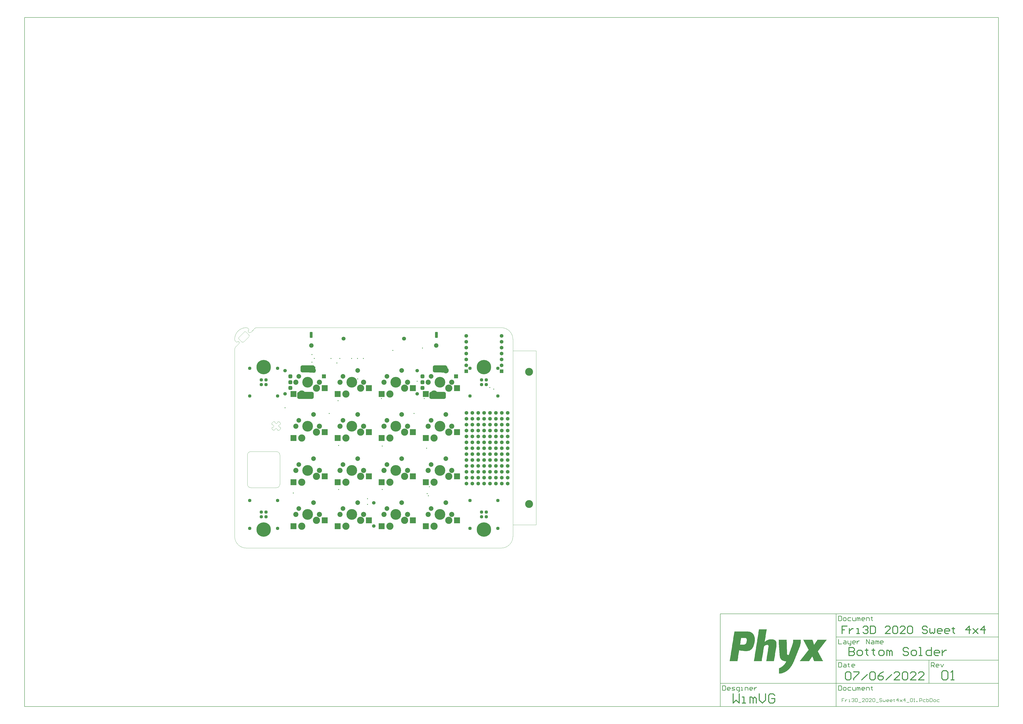
<source format=gbs>
G04*
G04 #@! TF.GenerationSoftware,Altium Limited,Altium Designer,22.6.0 (29)*
G04*
G04 Layer_Color=16711935*
%FSLAX25Y25*%
%MOIN*%
G70*
G04*
G04 #@! TF.SameCoordinates,49C09CC0-90A6-4759-90E3-BA1AF69BA4C5*
G04*
G04*
G04 #@! TF.FilePolarity,Negative*
G04*
G01*
G75*
%ADD12C,0.00787*%
%ADD14C,0.00394*%
%ADD16C,0.00984*%
%ADD17C,0.01575*%
%ADD29C,0.13386*%
%ADD30C,0.05906*%
%ADD31C,0.12205*%
%ADD32C,0.08700*%
%ADD33C,0.18200*%
%ADD34R,0.06299X0.06299*%
%ADD35C,0.06299*%
%ADD38C,0.06693*%
G04:AMPARAMS|DCode=39|XSize=122.05mil|YSize=279.53mil|CornerRadius=31.5mil|HoleSize=0mil|Usage=FLASHONLY|Rotation=270.000|XOffset=0mil|YOffset=0mil|HoleType=Round|Shape=RoundedRectangle|*
%AMROUNDEDRECTD39*
21,1,0.12205,0.21654,0,0,270.0*
21,1,0.05906,0.27953,0,0,270.0*
1,1,0.06299,-0.10827,-0.02953*
1,1,0.06299,-0.10827,0.02953*
1,1,0.06299,0.10827,0.02953*
1,1,0.06299,0.10827,-0.02953*
%
%ADD39ROUNDEDRECTD39*%
%ADD40R,0.10236X0.10236*%
%ADD41C,0.05709*%
%ADD42R,0.06693X0.06693*%
G04:AMPARAMS|DCode=43|XSize=66.93mil|YSize=66.93mil|CornerRadius=17.72mil|HoleSize=0mil|Usage=FLASHONLY|Rotation=270.000|XOffset=0mil|YOffset=0mil|HoleType=Round|Shape=RoundedRectangle|*
%AMROUNDEDRECTD43*
21,1,0.06693,0.03150,0,0,270.0*
21,1,0.03150,0.06693,0,0,270.0*
1,1,0.03543,-0.01575,-0.01575*
1,1,0.03543,-0.01575,0.01575*
1,1,0.03543,0.01575,0.01575*
1,1,0.03543,0.01575,-0.01575*
%
%ADD43ROUNDEDRECTD43*%
G04:AMPARAMS|DCode=44|XSize=122.05mil|YSize=240.16mil|CornerRadius=31.5mil|HoleSize=0mil|Usage=FLASHONLY|Rotation=90.000|XOffset=0mil|YOffset=0mil|HoleType=Round|Shape=RoundedRectangle|*
%AMROUNDEDRECTD44*
21,1,0.12205,0.17717,0,0,90.0*
21,1,0.05906,0.24016,0,0,90.0*
1,1,0.06299,0.08858,0.02953*
1,1,0.06299,0.08858,-0.02953*
1,1,0.06299,-0.08858,-0.02953*
1,1,0.06299,-0.08858,0.02953*
%
%ADD44ROUNDEDRECTD44*%
%ADD45C,0.07900*%
%ADD46C,0.09843*%
%ADD47C,0.24410*%
%ADD65R,0.10433X0.10236*%
%ADD66C,0.07480*%
G04:AMPARAMS|DCode=67|XSize=47.24mil|YSize=102.36mil|CornerRadius=12.8mil|HoleSize=0mil|Usage=FLASHONLY|Rotation=0.000|XOffset=0mil|YOffset=0mil|HoleType=Round|Shape=RoundedRectangle|*
%AMROUNDEDRECTD67*
21,1,0.04724,0.07677,0,0,0.0*
21,1,0.02165,0.10236,0,0,0.0*
1,1,0.02559,0.01083,-0.03839*
1,1,0.02559,-0.01083,-0.03839*
1,1,0.02559,-0.01083,0.03839*
1,1,0.02559,0.01083,0.03839*
%
%ADD67ROUNDEDRECTD67*%
%ADD68C,0.01575*%
G36*
X872201Y-141778D02*
X873919D01*
Y-142065D01*
X874778D01*
Y-142351D01*
X875637D01*
Y-142637D01*
X876496D01*
Y-142924D01*
X877069D01*
Y-143210D01*
X877355D01*
Y-143496D01*
X877928D01*
Y-143783D01*
X878214D01*
Y-144069D01*
X878786D01*
Y-144355D01*
X879073D01*
Y-144641D01*
X879359D01*
Y-144928D01*
X879646D01*
Y-145214D01*
X879932D01*
Y-145501D01*
X880218D01*
Y-145787D01*
X880504D01*
Y-146073D01*
Y-146359D01*
X880791D01*
Y-146646D01*
X881077D01*
Y-146932D01*
Y-147218D01*
X881363D01*
Y-147505D01*
X881650D01*
Y-147791D01*
Y-148077D01*
X881936D01*
Y-148364D01*
Y-148650D01*
Y-148936D01*
X882222D01*
Y-149223D01*
Y-149509D01*
Y-149795D01*
X882509D01*
Y-150082D01*
Y-150368D01*
Y-150654D01*
Y-150940D01*
X882795D01*
Y-151227D01*
Y-151513D01*
Y-151799D01*
Y-152086D01*
Y-152372D01*
X883081D01*
Y-152658D01*
Y-152945D01*
Y-153231D01*
Y-153517D01*
Y-153804D01*
Y-154090D01*
Y-154376D01*
Y-154663D01*
Y-154949D01*
Y-155235D01*
Y-155521D01*
Y-155808D01*
Y-156094D01*
Y-156380D01*
Y-156667D01*
Y-156953D01*
Y-157239D01*
Y-157526D01*
Y-157812D01*
Y-158098D01*
X882795D01*
Y-158385D01*
Y-158671D01*
Y-158957D01*
Y-159244D01*
Y-159530D01*
Y-159816D01*
Y-160102D01*
X882509D01*
Y-160389D01*
Y-160675D01*
Y-160961D01*
Y-161248D01*
Y-161534D01*
X882222D01*
Y-161820D01*
Y-162107D01*
Y-162393D01*
Y-162679D01*
Y-162966D01*
X881936D01*
Y-163252D01*
Y-163538D01*
Y-163824D01*
X881650D01*
Y-164111D01*
Y-164397D01*
Y-164683D01*
Y-164970D01*
X881363D01*
Y-165256D01*
Y-165542D01*
Y-165829D01*
X881077D01*
Y-166115D01*
Y-166401D01*
X880791D01*
Y-166688D01*
Y-166974D01*
Y-167260D01*
X880504D01*
Y-167547D01*
Y-167833D01*
X880218D01*
Y-168119D01*
Y-168405D01*
X879932D01*
Y-168692D01*
Y-168978D01*
X879646D01*
Y-169264D01*
X879359D01*
Y-169551D01*
Y-169837D01*
X879073D01*
Y-170123D01*
X878786D01*
Y-170410D01*
X878500D01*
Y-170696D01*
Y-170982D01*
X878214D01*
Y-171269D01*
X877928D01*
Y-171555D01*
X877641D01*
Y-171841D01*
X877355D01*
Y-172127D01*
X877069D01*
Y-172414D01*
X876496D01*
Y-172700D01*
X876210D01*
Y-172986D01*
X875637D01*
Y-173273D01*
X875351D01*
Y-173559D01*
X874778D01*
Y-173845D01*
X873919D01*
Y-174132D01*
X873060D01*
Y-174418D01*
X872201D01*
Y-174704D01*
X870483D01*
Y-174991D01*
X865330D01*
Y-174704D01*
X862753D01*
Y-174418D01*
X860749D01*
Y-174132D01*
X859317D01*
Y-173845D01*
X857886D01*
Y-173559D01*
X856454D01*
Y-173845D01*
Y-174132D01*
Y-174418D01*
Y-174704D01*
Y-174991D01*
Y-175277D01*
Y-175563D01*
X856168D01*
Y-175850D01*
Y-176136D01*
Y-176422D01*
Y-176709D01*
Y-176995D01*
Y-177281D01*
X855882D01*
Y-177568D01*
Y-177854D01*
Y-178140D01*
Y-178426D01*
Y-178713D01*
Y-178999D01*
X855595D01*
Y-179285D01*
Y-179572D01*
Y-179858D01*
Y-180144D01*
Y-180431D01*
Y-180717D01*
Y-181003D01*
X855309D01*
Y-181290D01*
Y-181576D01*
Y-181862D01*
Y-182149D01*
Y-182435D01*
Y-182721D01*
X855023D01*
Y-183007D01*
Y-183294D01*
Y-183580D01*
Y-183866D01*
Y-184153D01*
Y-184439D01*
X854736D01*
Y-184725D01*
Y-185012D01*
Y-185298D01*
Y-185584D01*
Y-185871D01*
Y-186157D01*
Y-186443D01*
X854450D01*
Y-186730D01*
Y-187016D01*
Y-187302D01*
Y-187588D01*
Y-187875D01*
Y-188161D01*
X854164D01*
Y-188447D01*
Y-188734D01*
Y-189020D01*
Y-189306D01*
Y-189593D01*
Y-189879D01*
X853877D01*
Y-190165D01*
Y-190452D01*
Y-190738D01*
Y-191024D01*
Y-191311D01*
Y-191597D01*
Y-191883D01*
X840421D01*
Y-191597D01*
X840707D01*
Y-191311D01*
Y-191024D01*
Y-190738D01*
Y-190452D01*
Y-190165D01*
X840993D01*
Y-189879D01*
Y-189593D01*
Y-189306D01*
Y-189020D01*
Y-188734D01*
Y-188447D01*
Y-188161D01*
X841280D01*
Y-187875D01*
Y-187588D01*
Y-187302D01*
Y-187016D01*
Y-186730D01*
Y-186443D01*
X841566D01*
Y-186157D01*
Y-185871D01*
Y-185584D01*
Y-185298D01*
Y-185012D01*
Y-184725D01*
X841852D01*
Y-184439D01*
Y-184153D01*
Y-183866D01*
Y-183580D01*
Y-183294D01*
Y-183007D01*
Y-182721D01*
X842138D01*
Y-182435D01*
Y-182149D01*
Y-181862D01*
Y-181576D01*
Y-181290D01*
Y-181003D01*
X842425D01*
Y-180717D01*
Y-180431D01*
Y-180144D01*
Y-179858D01*
Y-179572D01*
Y-179285D01*
X842711D01*
Y-178999D01*
Y-178713D01*
Y-178426D01*
Y-178140D01*
Y-177854D01*
Y-177568D01*
X842997D01*
Y-177281D01*
Y-176995D01*
Y-176709D01*
Y-176422D01*
Y-176136D01*
Y-175850D01*
Y-175563D01*
X843284D01*
Y-175277D01*
Y-174991D01*
Y-174704D01*
Y-174418D01*
Y-174132D01*
Y-173845D01*
X843570D01*
Y-173559D01*
Y-173273D01*
Y-172986D01*
Y-172700D01*
Y-172414D01*
Y-172127D01*
X843856D01*
Y-171841D01*
Y-171555D01*
Y-171269D01*
Y-170982D01*
Y-170696D01*
Y-170410D01*
X844143D01*
Y-170123D01*
Y-169837D01*
Y-169551D01*
Y-169264D01*
Y-168978D01*
Y-168692D01*
Y-168405D01*
X844429D01*
Y-168119D01*
Y-167833D01*
Y-167547D01*
Y-167260D01*
Y-166974D01*
Y-166688D01*
X844715D01*
Y-166401D01*
Y-166115D01*
Y-165829D01*
Y-165542D01*
Y-165256D01*
Y-164970D01*
X845002D01*
Y-164683D01*
Y-164397D01*
Y-164111D01*
Y-163824D01*
Y-163538D01*
Y-163252D01*
Y-162966D01*
X845288D01*
Y-162679D01*
Y-162393D01*
Y-162107D01*
Y-161820D01*
Y-161534D01*
Y-161248D01*
X845574D01*
Y-160961D01*
Y-160675D01*
Y-160389D01*
Y-160102D01*
Y-159816D01*
Y-159530D01*
X845861D01*
Y-159244D01*
Y-158957D01*
Y-158671D01*
Y-158385D01*
Y-158098D01*
Y-157812D01*
X846147D01*
Y-157526D01*
Y-157239D01*
Y-156953D01*
Y-156667D01*
Y-156380D01*
Y-156094D01*
Y-155808D01*
X846433D01*
Y-155521D01*
Y-155235D01*
Y-154949D01*
Y-154663D01*
Y-154376D01*
Y-154090D01*
X846719D01*
Y-153804D01*
Y-153517D01*
Y-153231D01*
Y-152945D01*
Y-152658D01*
Y-152372D01*
X847006D01*
Y-152086D01*
Y-151799D01*
Y-151513D01*
Y-151227D01*
Y-150940D01*
Y-150654D01*
Y-150368D01*
X847292D01*
Y-150082D01*
Y-149795D01*
Y-149509D01*
Y-149223D01*
Y-148936D01*
Y-148650D01*
X847578D01*
Y-148364D01*
Y-148077D01*
Y-147791D01*
Y-147505D01*
Y-147218D01*
Y-146932D01*
X847865D01*
Y-146646D01*
Y-146359D01*
Y-146073D01*
Y-145787D01*
Y-145501D01*
Y-145214D01*
Y-144928D01*
X848151D01*
Y-144641D01*
Y-144355D01*
Y-144069D01*
Y-143783D01*
Y-143496D01*
Y-143210D01*
X848437D01*
Y-142924D01*
Y-142637D01*
Y-142351D01*
Y-142065D01*
Y-141778D01*
Y-141492D01*
X872201D01*
Y-141778D01*
D02*
G37*
G36*
X903409Y-138343D02*
Y-138629D01*
X903123D01*
Y-138915D01*
Y-139202D01*
Y-139488D01*
Y-139774D01*
Y-140060D01*
Y-140347D01*
X902837D01*
Y-140633D01*
Y-140919D01*
Y-141206D01*
Y-141492D01*
Y-141778D01*
Y-142065D01*
X902551D01*
Y-142351D01*
Y-142637D01*
Y-142924D01*
Y-143210D01*
Y-143496D01*
Y-143783D01*
Y-144069D01*
X902264D01*
Y-144355D01*
Y-144641D01*
Y-144928D01*
Y-145214D01*
Y-145501D01*
Y-145787D01*
X901978D01*
Y-146073D01*
Y-146359D01*
Y-146646D01*
Y-146932D01*
Y-147218D01*
Y-147505D01*
X901692D01*
Y-147791D01*
Y-148077D01*
Y-148364D01*
Y-148650D01*
Y-148936D01*
Y-149223D01*
Y-149509D01*
X901405D01*
Y-149795D01*
Y-150082D01*
Y-150368D01*
Y-150654D01*
Y-150940D01*
Y-151227D01*
X901119D01*
Y-151513D01*
Y-151799D01*
Y-152086D01*
Y-152372D01*
Y-152658D01*
Y-152945D01*
X900833D01*
Y-153231D01*
Y-153517D01*
Y-153804D01*
Y-154090D01*
Y-154376D01*
Y-154663D01*
X900546D01*
Y-154949D01*
Y-155235D01*
Y-155521D01*
Y-155808D01*
Y-156094D01*
Y-156380D01*
Y-156667D01*
X900260D01*
Y-156953D01*
Y-157239D01*
Y-157526D01*
Y-157812D01*
Y-158098D01*
Y-158385D01*
X899974D01*
Y-158671D01*
Y-158957D01*
X900546D01*
Y-158671D01*
X900833D01*
Y-158385D01*
X901119D01*
Y-158098D01*
X901692D01*
Y-157812D01*
X901978D01*
Y-157526D01*
X902264D01*
Y-157239D01*
X902837D01*
Y-156953D01*
X903409D01*
Y-156667D01*
X903696D01*
Y-156380D01*
X904268D01*
Y-156094D01*
X905127D01*
Y-155808D01*
X905700D01*
Y-155521D01*
X906559D01*
Y-155235D01*
X907990D01*
Y-154949D01*
X914289D01*
Y-155235D01*
X915435D01*
Y-155521D01*
X916294D01*
Y-155808D01*
X916866D01*
Y-156094D01*
X917153D01*
Y-156380D01*
X917725D01*
Y-156667D01*
X918011D01*
Y-156953D01*
X918298D01*
Y-157239D01*
X918584D01*
Y-157526D01*
X918870D01*
Y-157812D01*
Y-158098D01*
X919157D01*
Y-158385D01*
Y-158671D01*
X919443D01*
Y-158957D01*
Y-159244D01*
Y-159530D01*
X919729D01*
Y-159816D01*
Y-160102D01*
Y-160389D01*
Y-160675D01*
X920016D01*
Y-160961D01*
Y-161248D01*
Y-161534D01*
Y-161820D01*
Y-162107D01*
Y-162393D01*
Y-162679D01*
Y-162966D01*
Y-163252D01*
Y-163538D01*
Y-163824D01*
Y-164111D01*
Y-164397D01*
Y-164683D01*
Y-164970D01*
Y-165256D01*
Y-165542D01*
Y-165829D01*
X919729D01*
Y-166115D01*
Y-166401D01*
Y-166688D01*
Y-166974D01*
Y-167260D01*
Y-167547D01*
Y-167833D01*
X919443D01*
Y-168119D01*
Y-168405D01*
Y-168692D01*
Y-168978D01*
Y-169264D01*
Y-169551D01*
Y-169837D01*
X919157D01*
Y-170123D01*
Y-170410D01*
Y-170696D01*
Y-170982D01*
Y-171269D01*
Y-171555D01*
X918870D01*
Y-171841D01*
Y-172127D01*
Y-172414D01*
Y-172700D01*
Y-172986D01*
Y-173273D01*
X918584D01*
Y-173559D01*
Y-173845D01*
Y-174132D01*
Y-174418D01*
Y-174704D01*
Y-174991D01*
X918298D01*
Y-175277D01*
Y-175563D01*
Y-175850D01*
Y-176136D01*
Y-176422D01*
Y-176709D01*
Y-176995D01*
X918011D01*
Y-177281D01*
Y-177568D01*
Y-177854D01*
Y-178140D01*
Y-178426D01*
Y-178713D01*
X917725D01*
Y-178999D01*
Y-179285D01*
Y-179572D01*
Y-179858D01*
Y-180144D01*
Y-180431D01*
X917439D01*
Y-180717D01*
Y-181003D01*
Y-181290D01*
Y-181576D01*
Y-181862D01*
Y-182149D01*
Y-182435D01*
X917153D01*
Y-182721D01*
Y-183007D01*
Y-183294D01*
Y-183580D01*
Y-183866D01*
Y-184153D01*
X916866D01*
Y-184439D01*
Y-184725D01*
Y-185012D01*
Y-185298D01*
Y-185584D01*
Y-185871D01*
X916580D01*
Y-186157D01*
Y-186443D01*
Y-186730D01*
Y-187016D01*
Y-187302D01*
Y-187588D01*
X916294D01*
Y-187875D01*
Y-188161D01*
Y-188447D01*
Y-188734D01*
Y-189020D01*
Y-189306D01*
Y-189593D01*
X916007D01*
Y-189879D01*
Y-190165D01*
Y-190452D01*
Y-190738D01*
Y-191024D01*
Y-191311D01*
X915721D01*
Y-191597D01*
Y-191883D01*
X902551D01*
Y-191597D01*
Y-191311D01*
X902837D01*
Y-191024D01*
Y-190738D01*
Y-190452D01*
Y-190165D01*
Y-189879D01*
Y-189593D01*
X903123D01*
Y-189306D01*
Y-189020D01*
Y-188734D01*
Y-188447D01*
Y-188161D01*
Y-187875D01*
Y-187588D01*
X903409D01*
Y-187302D01*
Y-187016D01*
Y-186730D01*
Y-186443D01*
Y-186157D01*
Y-185871D01*
X903696D01*
Y-185584D01*
Y-185298D01*
Y-185012D01*
Y-184725D01*
Y-184439D01*
Y-184153D01*
X903982D01*
Y-183866D01*
Y-183580D01*
Y-183294D01*
Y-183007D01*
Y-182721D01*
Y-182435D01*
Y-182149D01*
X904268D01*
Y-181862D01*
Y-181576D01*
Y-181290D01*
Y-181003D01*
Y-180717D01*
Y-180431D01*
X904555D01*
Y-180144D01*
Y-179858D01*
Y-179572D01*
Y-179285D01*
Y-178999D01*
Y-178713D01*
Y-178426D01*
X904841D01*
Y-178140D01*
Y-177854D01*
Y-177568D01*
Y-177281D01*
Y-176995D01*
Y-176709D01*
X905127D01*
Y-176422D01*
Y-176136D01*
Y-175850D01*
Y-175563D01*
Y-175277D01*
Y-174991D01*
X905414D01*
Y-174704D01*
Y-174418D01*
Y-174132D01*
Y-173845D01*
Y-173559D01*
Y-173273D01*
X905700D01*
Y-172986D01*
Y-172700D01*
Y-172414D01*
Y-172127D01*
Y-171841D01*
Y-171555D01*
Y-171269D01*
X905986D01*
Y-170982D01*
Y-170696D01*
Y-170410D01*
Y-170123D01*
Y-169837D01*
Y-169551D01*
X906273D01*
Y-169264D01*
Y-168978D01*
Y-168692D01*
Y-168405D01*
Y-168119D01*
Y-167833D01*
Y-167547D01*
X906559D01*
Y-167260D01*
Y-166974D01*
Y-166688D01*
Y-166401D01*
Y-166115D01*
Y-165829D01*
X906273D01*
Y-165542D01*
Y-165256D01*
X905986D01*
Y-164970D01*
X905700D01*
Y-164683D01*
X905127D01*
Y-164397D01*
X903409D01*
Y-164683D01*
X901978D01*
Y-164970D01*
X901119D01*
Y-165256D01*
X900546D01*
Y-165542D01*
X900260D01*
Y-165829D01*
X899687D01*
Y-166115D01*
X899401D01*
Y-166401D01*
X899115D01*
Y-166688D01*
Y-166974D01*
X898828D01*
Y-167260D01*
Y-167547D01*
Y-167833D01*
X898542D01*
Y-168119D01*
Y-168405D01*
Y-168692D01*
Y-168978D01*
Y-169264D01*
Y-169551D01*
X898256D01*
Y-169837D01*
Y-170123D01*
Y-170410D01*
Y-170696D01*
Y-170982D01*
Y-171269D01*
Y-171555D01*
X897970D01*
Y-171841D01*
Y-172127D01*
Y-172414D01*
Y-172700D01*
Y-172986D01*
Y-173273D01*
X897683D01*
Y-173559D01*
Y-173845D01*
Y-174132D01*
Y-174418D01*
Y-174704D01*
Y-174991D01*
X897397D01*
Y-175277D01*
Y-175563D01*
Y-175850D01*
Y-176136D01*
Y-176422D01*
Y-176709D01*
X897111D01*
Y-176995D01*
Y-177281D01*
Y-177568D01*
Y-177854D01*
Y-178140D01*
Y-178426D01*
Y-178713D01*
X896824D01*
Y-178999D01*
Y-179285D01*
Y-179572D01*
Y-179858D01*
Y-180144D01*
Y-180431D01*
X896538D01*
Y-180717D01*
Y-181003D01*
Y-181290D01*
Y-181576D01*
Y-181862D01*
Y-182149D01*
X896252D01*
Y-182435D01*
Y-182721D01*
Y-183007D01*
Y-183294D01*
Y-183580D01*
Y-183866D01*
Y-184153D01*
X895965D01*
Y-184439D01*
Y-184725D01*
Y-185012D01*
Y-185298D01*
Y-185584D01*
Y-185871D01*
X895679D01*
Y-186157D01*
Y-186443D01*
Y-186730D01*
Y-187016D01*
Y-187302D01*
Y-187588D01*
X895393D01*
Y-187875D01*
Y-188161D01*
Y-188447D01*
Y-188734D01*
Y-189020D01*
Y-189306D01*
X895106D01*
Y-189593D01*
Y-189879D01*
Y-190165D01*
Y-190452D01*
Y-190738D01*
Y-191024D01*
Y-191311D01*
X894820D01*
Y-191597D01*
Y-191883D01*
X881650D01*
Y-191597D01*
Y-191311D01*
X881936D01*
Y-191024D01*
Y-190738D01*
Y-190452D01*
Y-190165D01*
Y-189879D01*
Y-189593D01*
Y-189306D01*
X882222D01*
Y-189020D01*
Y-188734D01*
Y-188447D01*
Y-188161D01*
Y-187875D01*
Y-187588D01*
X882509D01*
Y-187302D01*
Y-187016D01*
Y-186730D01*
Y-186443D01*
Y-186157D01*
Y-185871D01*
X882795D01*
Y-185584D01*
Y-185298D01*
Y-185012D01*
Y-184725D01*
Y-184439D01*
Y-184153D01*
Y-183866D01*
X883081D01*
Y-183580D01*
Y-183294D01*
Y-183007D01*
Y-182721D01*
Y-182435D01*
Y-182149D01*
X883368D01*
Y-181862D01*
Y-181576D01*
Y-181290D01*
Y-181003D01*
Y-180717D01*
Y-180431D01*
X883654D01*
Y-180144D01*
Y-179858D01*
Y-179572D01*
Y-179285D01*
Y-178999D01*
Y-178713D01*
X883940D01*
Y-178426D01*
Y-178140D01*
Y-177854D01*
Y-177568D01*
Y-177281D01*
Y-176995D01*
Y-176709D01*
X884227D01*
Y-176422D01*
Y-176136D01*
Y-175850D01*
Y-175563D01*
Y-175277D01*
Y-174991D01*
X884513D01*
Y-174704D01*
Y-174418D01*
Y-174132D01*
Y-173845D01*
Y-173559D01*
Y-173273D01*
X884799D01*
Y-172986D01*
Y-172700D01*
Y-172414D01*
Y-172127D01*
Y-171841D01*
Y-171555D01*
Y-171269D01*
X885085D01*
Y-170982D01*
Y-170696D01*
Y-170410D01*
Y-170123D01*
Y-169837D01*
Y-169551D01*
X885372D01*
Y-169264D01*
Y-168978D01*
Y-168692D01*
Y-168405D01*
Y-168119D01*
Y-167833D01*
X885658D01*
Y-167547D01*
Y-167260D01*
Y-166974D01*
Y-166688D01*
Y-166401D01*
Y-166115D01*
X885944D01*
Y-165829D01*
Y-165542D01*
Y-165256D01*
Y-164970D01*
Y-164683D01*
Y-164397D01*
Y-164111D01*
X886231D01*
Y-163824D01*
Y-163538D01*
Y-163252D01*
Y-162966D01*
Y-162679D01*
Y-162393D01*
X886517D01*
Y-162107D01*
Y-161820D01*
Y-161534D01*
Y-161248D01*
Y-160961D01*
Y-160675D01*
X886803D01*
Y-160389D01*
Y-160102D01*
Y-159816D01*
Y-159530D01*
Y-159244D01*
Y-158957D01*
X887090D01*
Y-158671D01*
Y-158385D01*
Y-158098D01*
Y-157812D01*
Y-157526D01*
Y-157239D01*
Y-156953D01*
X887376D01*
Y-156667D01*
Y-156380D01*
Y-156094D01*
Y-155808D01*
Y-155521D01*
Y-155235D01*
X887662D01*
Y-154949D01*
Y-154663D01*
Y-154376D01*
Y-154090D01*
Y-153804D01*
Y-153517D01*
X887949D01*
Y-153231D01*
Y-152945D01*
Y-152658D01*
Y-152372D01*
Y-152086D01*
Y-151799D01*
Y-151513D01*
X888235D01*
Y-151227D01*
Y-150940D01*
Y-150654D01*
Y-150368D01*
Y-150082D01*
Y-149795D01*
X888521D01*
Y-149509D01*
Y-149223D01*
Y-148936D01*
Y-148650D01*
Y-148364D01*
Y-148077D01*
X888807D01*
Y-147791D01*
Y-147505D01*
Y-147218D01*
Y-146932D01*
Y-146646D01*
Y-146359D01*
X889094D01*
Y-146073D01*
Y-145787D01*
Y-145501D01*
Y-145214D01*
Y-144928D01*
Y-144641D01*
Y-144355D01*
X889380D01*
Y-144069D01*
Y-143783D01*
Y-143496D01*
Y-143210D01*
Y-142924D01*
Y-142637D01*
X889666D01*
Y-142351D01*
Y-142065D01*
Y-141778D01*
Y-141492D01*
Y-141206D01*
Y-140919D01*
X889953D01*
Y-140633D01*
Y-140347D01*
Y-140060D01*
Y-139774D01*
Y-139488D01*
Y-139202D01*
Y-138915D01*
X890239D01*
Y-138629D01*
Y-138343D01*
Y-138056D01*
X903409D01*
Y-138343D01*
D02*
G37*
G36*
X1005337Y-155808D02*
X1005050D01*
Y-156094D01*
X1004764D01*
Y-156380D01*
Y-156667D01*
X1004478D01*
Y-156953D01*
X1004192D01*
Y-157239D01*
X1003905D01*
Y-157526D01*
Y-157812D01*
X1003619D01*
Y-158098D01*
X1003333D01*
Y-158385D01*
X1003046D01*
Y-158671D01*
X1002760D01*
Y-158957D01*
Y-159244D01*
X1002474D01*
Y-159530D01*
X1002187D01*
Y-159816D01*
X1001901D01*
Y-160102D01*
Y-160389D01*
X1001615D01*
Y-160675D01*
X1001328D01*
Y-160961D01*
X1001042D01*
Y-161248D01*
X1000756D01*
Y-161534D01*
Y-161820D01*
X1000469D01*
Y-162107D01*
X1000183D01*
Y-162393D01*
X999897D01*
Y-162679D01*
Y-162966D01*
X999611D01*
Y-163252D01*
X999324D01*
Y-163538D01*
X999038D01*
Y-163824D01*
Y-164111D01*
X998752D01*
Y-164397D01*
X998465D01*
Y-164683D01*
X998179D01*
Y-164970D01*
X997893D01*
Y-165256D01*
Y-165542D01*
X997606D01*
Y-165829D01*
X997320D01*
Y-166115D01*
X997034D01*
Y-166401D01*
Y-166688D01*
X996747D01*
Y-166974D01*
X996461D01*
Y-167260D01*
X996175D01*
Y-167547D01*
Y-167833D01*
X995889D01*
Y-168119D01*
X995602D01*
Y-168405D01*
X995316D01*
Y-168692D01*
X995030D01*
Y-168978D01*
Y-169264D01*
X994743D01*
Y-169551D01*
X994457D01*
Y-169837D01*
X994171D01*
Y-170123D01*
Y-170410D01*
X993884D01*
Y-170696D01*
X993598D01*
Y-170982D01*
X993312D01*
Y-171269D01*
Y-171555D01*
X993025D01*
Y-171841D01*
X992739D01*
Y-172127D01*
X992453D01*
Y-172414D01*
X992166D01*
Y-172700D01*
Y-172986D01*
X991880D01*
Y-173273D01*
X991594D01*
Y-173559D01*
X991308D01*
Y-173845D01*
Y-174132D01*
X991021D01*
Y-174418D01*
X990735D01*
Y-174704D01*
X990449D01*
Y-174991D01*
X990162D01*
Y-175277D01*
Y-175563D01*
X990449D01*
Y-175850D01*
Y-176136D01*
X990735D01*
Y-176422D01*
Y-176709D01*
X991021D01*
Y-176995D01*
X991308D01*
Y-177281D01*
Y-177568D01*
X991594D01*
Y-177854D01*
Y-178140D01*
X991880D01*
Y-178426D01*
Y-178713D01*
X992166D01*
Y-178999D01*
Y-179285D01*
X992453D01*
Y-179572D01*
Y-179858D01*
X992739D01*
Y-180144D01*
Y-180431D01*
X993025D01*
Y-180717D01*
Y-181003D01*
X993312D01*
Y-181290D01*
Y-181576D01*
X993598D01*
Y-181862D01*
X993884D01*
Y-182149D01*
Y-182435D01*
X994171D01*
Y-182721D01*
Y-183007D01*
X994457D01*
Y-183294D01*
Y-183580D01*
X994743D01*
Y-183866D01*
Y-184153D01*
X995030D01*
Y-184439D01*
Y-184725D01*
X995316D01*
Y-185012D01*
Y-185298D01*
X995602D01*
Y-185584D01*
Y-185871D01*
X995889D01*
Y-186157D01*
X996175D01*
Y-186443D01*
Y-186730D01*
X996461D01*
Y-187016D01*
Y-187302D01*
X996747D01*
Y-187588D01*
Y-187875D01*
X997034D01*
Y-188161D01*
Y-188447D01*
X997320D01*
Y-188734D01*
Y-189020D01*
X997606D01*
Y-189306D01*
Y-189593D01*
X997893D01*
Y-189879D01*
Y-190165D01*
X998179D01*
Y-190452D01*
X998465D01*
Y-190738D01*
Y-191024D01*
X998752D01*
Y-191311D01*
Y-191597D01*
X999038D01*
Y-191883D01*
X983863D01*
Y-191597D01*
X983577D01*
Y-191311D01*
Y-191024D01*
Y-190738D01*
X983291D01*
Y-190452D01*
Y-190165D01*
Y-189879D01*
X983004D01*
Y-189593D01*
Y-189306D01*
X982718D01*
Y-189020D01*
Y-188734D01*
Y-188447D01*
X982432D01*
Y-188161D01*
Y-187875D01*
Y-187588D01*
X982146D01*
Y-187302D01*
Y-187016D01*
X981859D01*
Y-186730D01*
Y-186443D01*
Y-186157D01*
X981573D01*
Y-185871D01*
Y-185584D01*
Y-185298D01*
X981287D01*
Y-185012D01*
Y-184725D01*
Y-184439D01*
X981000D01*
Y-184153D01*
X980428D01*
Y-184439D01*
Y-184725D01*
X980141D01*
Y-185012D01*
X979855D01*
Y-185298D01*
Y-185584D01*
X979569D01*
Y-185871D01*
X979282D01*
Y-186157D01*
Y-186443D01*
X978996D01*
Y-186730D01*
X978710D01*
Y-187016D01*
Y-187302D01*
X978423D01*
Y-187588D01*
X978137D01*
Y-187875D01*
X977851D01*
Y-188161D01*
Y-188447D01*
X977565D01*
Y-188734D01*
X977278D01*
Y-189020D01*
Y-189306D01*
X976992D01*
Y-189593D01*
X976705D01*
Y-189879D01*
Y-190165D01*
X976419D01*
Y-190452D01*
X976133D01*
Y-190738D01*
Y-191024D01*
X975847D01*
Y-191311D01*
X975560D01*
Y-191597D01*
Y-191883D01*
X959527D01*
Y-191597D01*
X959813D01*
Y-191311D01*
X960099D01*
Y-191024D01*
X960386D01*
Y-190738D01*
X960672D01*
Y-190452D01*
Y-190165D01*
X960958D01*
Y-189879D01*
X961245D01*
Y-189593D01*
X961531D01*
Y-189306D01*
X961817D01*
Y-189020D01*
Y-188734D01*
X962104D01*
Y-188447D01*
X962390D01*
Y-188161D01*
X962676D01*
Y-187875D01*
Y-187588D01*
X962963D01*
Y-187302D01*
X963249D01*
Y-187016D01*
X963535D01*
Y-186730D01*
X963822D01*
Y-186443D01*
Y-186157D01*
X964108D01*
Y-185871D01*
X964394D01*
Y-185584D01*
X964680D01*
Y-185298D01*
X964967D01*
Y-185012D01*
Y-184725D01*
X965253D01*
Y-184439D01*
X965539D01*
Y-184153D01*
X965826D01*
Y-183866D01*
Y-183580D01*
X966112D01*
Y-183294D01*
X966398D01*
Y-183007D01*
X966685D01*
Y-182721D01*
X966971D01*
Y-182435D01*
Y-182149D01*
X967257D01*
Y-181862D01*
X967544D01*
Y-181576D01*
X967830D01*
Y-181290D01*
Y-181003D01*
X968116D01*
Y-180717D01*
X968402D01*
Y-180431D01*
X968689D01*
Y-180144D01*
X968975D01*
Y-179858D01*
Y-179572D01*
X969261D01*
Y-179285D01*
X969548D01*
Y-178999D01*
X969834D01*
Y-178713D01*
Y-178426D01*
X970120D01*
Y-178140D01*
X970407D01*
Y-177854D01*
X970693D01*
Y-177568D01*
X970979D01*
Y-177281D01*
Y-176995D01*
X971266D01*
Y-176709D01*
X971552D01*
Y-176422D01*
X971838D01*
Y-176136D01*
X972124D01*
Y-175850D01*
Y-175563D01*
X972411D01*
Y-175277D01*
X972697D01*
Y-174991D01*
X972983D01*
Y-174704D01*
Y-174418D01*
X973270D01*
Y-174132D01*
X973556D01*
Y-173845D01*
X973842D01*
Y-173559D01*
X974129D01*
Y-173273D01*
Y-172986D01*
X974415D01*
Y-172700D01*
Y-172414D01*
Y-172127D01*
X974129D01*
Y-171841D01*
X973842D01*
Y-171555D01*
Y-171269D01*
X973556D01*
Y-170982D01*
Y-170696D01*
X973270D01*
Y-170410D01*
Y-170123D01*
X972983D01*
Y-169837D01*
Y-169551D01*
X972697D01*
Y-169264D01*
Y-168978D01*
X972411D01*
Y-168692D01*
Y-168405D01*
X972124D01*
Y-168119D01*
X971838D01*
Y-167833D01*
Y-167547D01*
X971552D01*
Y-167260D01*
Y-166974D01*
X971266D01*
Y-166688D01*
Y-166401D01*
X970979D01*
Y-166115D01*
Y-165829D01*
X970693D01*
Y-165542D01*
Y-165256D01*
X970407D01*
Y-164970D01*
Y-164683D01*
X970120D01*
Y-164397D01*
X969834D01*
Y-164111D01*
Y-163824D01*
X969548D01*
Y-163538D01*
Y-163252D01*
X969261D01*
Y-162966D01*
Y-162679D01*
X968975D01*
Y-162393D01*
Y-162107D01*
X968689D01*
Y-161820D01*
Y-161534D01*
X968402D01*
Y-161248D01*
Y-160961D01*
X968116D01*
Y-160675D01*
Y-160389D01*
X967830D01*
Y-160102D01*
X967544D01*
Y-159816D01*
Y-159530D01*
X967257D01*
Y-159244D01*
Y-158957D01*
X966971D01*
Y-158671D01*
Y-158385D01*
X966685D01*
Y-158098D01*
Y-157812D01*
X966398D01*
Y-157526D01*
Y-157239D01*
X966112D01*
Y-156953D01*
Y-156667D01*
X965826D01*
Y-156380D01*
X965539D01*
Y-156094D01*
Y-155808D01*
X965253D01*
Y-155521D01*
X981000D01*
Y-155808D01*
X981287D01*
Y-156094D01*
Y-156380D01*
Y-156667D01*
X981573D01*
Y-156953D01*
Y-157239D01*
Y-157526D01*
X981859D01*
Y-157812D01*
Y-158098D01*
Y-158385D01*
X982146D01*
Y-158671D01*
Y-158957D01*
Y-159244D01*
X982432D01*
Y-159530D01*
Y-159816D01*
Y-160102D01*
X982718D01*
Y-160389D01*
Y-160675D01*
Y-160961D01*
X983004D01*
Y-161248D01*
Y-161534D01*
Y-161820D01*
X983291D01*
Y-162107D01*
Y-162393D01*
Y-162679D01*
X983577D01*
Y-162966D01*
Y-163252D01*
Y-163538D01*
Y-163824D01*
X984150D01*
Y-163538D01*
X984436D01*
Y-163252D01*
X984722D01*
Y-162966D01*
Y-162679D01*
X985009D01*
Y-162393D01*
X985295D01*
Y-162107D01*
Y-161820D01*
X985581D01*
Y-161534D01*
X985868D01*
Y-161248D01*
Y-160961D01*
X986154D01*
Y-160675D01*
X986440D01*
Y-160389D01*
Y-160102D01*
X986726D01*
Y-159816D01*
X987013D01*
Y-159530D01*
Y-159244D01*
X987299D01*
Y-158957D01*
X987585D01*
Y-158671D01*
Y-158385D01*
X987872D01*
Y-158098D01*
X988158D01*
Y-157812D01*
Y-157526D01*
X988444D01*
Y-157239D01*
X988731D01*
Y-156953D01*
Y-156667D01*
X989017D01*
Y-156380D01*
X989303D01*
Y-156094D01*
Y-155808D01*
X989590D01*
Y-155521D01*
X1005337D01*
Y-155808D01*
D02*
G37*
G36*
X961245D02*
Y-156094D01*
Y-156380D01*
Y-156667D01*
Y-156953D01*
Y-157239D01*
Y-157526D01*
Y-157812D01*
Y-158098D01*
Y-158385D01*
Y-158671D01*
Y-158957D01*
Y-159244D01*
Y-159530D01*
Y-159816D01*
Y-160102D01*
Y-160389D01*
Y-160675D01*
Y-160961D01*
Y-161248D01*
Y-161534D01*
X960958D01*
Y-161820D01*
Y-162107D01*
Y-162393D01*
Y-162679D01*
Y-162966D01*
X960672D01*
Y-163252D01*
Y-163538D01*
Y-163824D01*
Y-164111D01*
X960386D01*
Y-164397D01*
Y-164683D01*
Y-164970D01*
Y-165256D01*
X960099D01*
Y-165542D01*
Y-165829D01*
Y-166115D01*
X959813D01*
Y-166401D01*
Y-166688D01*
Y-166974D01*
X959527D01*
Y-167260D01*
Y-167547D01*
Y-167833D01*
X959241D01*
Y-168119D01*
Y-168405D01*
Y-168692D01*
X958954D01*
Y-168978D01*
Y-169264D01*
X958668D01*
Y-169551D01*
Y-169837D01*
X958381D01*
Y-170123D01*
Y-170410D01*
Y-170696D01*
X958095D01*
Y-170982D01*
Y-171269D01*
X957809D01*
Y-171555D01*
Y-171841D01*
Y-172127D01*
X957523D01*
Y-172414D01*
Y-172700D01*
X957236D01*
Y-172986D01*
Y-173273D01*
Y-173559D01*
X956950D01*
Y-173845D01*
Y-174132D01*
X956664D01*
Y-174418D01*
Y-174704D01*
Y-174991D01*
X956377D01*
Y-175277D01*
Y-175563D01*
X956091D01*
Y-175850D01*
Y-176136D01*
Y-176422D01*
X955805D01*
Y-176709D01*
Y-176995D01*
X955518D01*
Y-177281D01*
Y-177568D01*
Y-177854D01*
X955232D01*
Y-178140D01*
Y-178426D01*
X954946D01*
Y-178713D01*
Y-178999D01*
Y-179285D01*
X954659D01*
Y-179572D01*
Y-179858D01*
X954373D01*
Y-180144D01*
Y-180431D01*
Y-180717D01*
X954087D01*
Y-181003D01*
Y-181290D01*
X953800D01*
Y-181576D01*
Y-181862D01*
Y-182149D01*
X953514D01*
Y-182435D01*
Y-182721D01*
X953228D01*
Y-183007D01*
Y-183294D01*
Y-183580D01*
X952942D01*
Y-183866D01*
Y-184153D01*
X952655D01*
Y-184439D01*
Y-184725D01*
Y-185012D01*
X952369D01*
Y-185298D01*
Y-185584D01*
X952083D01*
Y-185871D01*
Y-186157D01*
Y-186443D01*
X951796D01*
Y-186730D01*
Y-187016D01*
X951510D01*
Y-187302D01*
Y-187588D01*
Y-187875D01*
X951224D01*
Y-188161D01*
Y-188447D01*
X950937D01*
Y-188734D01*
Y-189020D01*
Y-189306D01*
X950651D01*
Y-189593D01*
Y-189879D01*
X950365D01*
Y-190165D01*
Y-190452D01*
Y-190738D01*
X950078D01*
Y-191024D01*
Y-191311D01*
X949792D01*
Y-191597D01*
Y-191883D01*
Y-192169D01*
X949506D01*
Y-192456D01*
Y-192742D01*
X949220D01*
Y-193028D01*
Y-193315D01*
X948933D01*
Y-193601D01*
Y-193887D01*
X948647D01*
Y-194174D01*
Y-194460D01*
Y-194746D01*
X948361D01*
Y-195033D01*
X948074D01*
Y-195319D01*
Y-195605D01*
Y-195891D01*
X947788D01*
Y-196178D01*
X947502D01*
Y-196464D01*
Y-196750D01*
X947215D01*
Y-197037D01*
Y-197323D01*
X946929D01*
Y-197609D01*
Y-197896D01*
X946643D01*
Y-198182D01*
Y-198468D01*
X946356D01*
Y-198755D01*
X946070D01*
Y-199041D01*
Y-199327D01*
X945784D01*
Y-199614D01*
Y-199900D01*
X945497D01*
Y-200186D01*
X945211D01*
Y-200472D01*
X944925D01*
Y-200759D01*
Y-201045D01*
X944639D01*
Y-201331D01*
X944352D01*
Y-201618D01*
Y-201904D01*
X944066D01*
Y-202190D01*
X943780D01*
Y-202477D01*
X943493D01*
Y-202763D01*
Y-203049D01*
X943207D01*
Y-203336D01*
X942921D01*
Y-203622D01*
X942634D01*
Y-203908D01*
X942348D01*
Y-204195D01*
X942062D01*
Y-204481D01*
Y-204767D01*
X941775D01*
Y-205053D01*
X941489D01*
Y-205340D01*
X941203D01*
Y-205626D01*
X940916D01*
Y-205912D01*
X940630D01*
Y-206199D01*
X940344D01*
Y-206485D01*
X940057D01*
Y-206771D01*
X939485D01*
Y-207058D01*
X939199D01*
Y-207344D01*
X938912D01*
Y-207630D01*
X938626D01*
Y-207917D01*
X938340D01*
Y-208203D01*
X937767D01*
Y-208489D01*
X937481D01*
Y-208776D01*
X936908D01*
Y-209062D01*
X936622D01*
Y-209348D01*
X936049D01*
Y-209634D01*
X935763D01*
Y-209921D01*
X935190D01*
Y-210207D01*
X934618D01*
Y-210493D01*
X934045D01*
Y-210780D01*
X933472D01*
Y-211066D01*
X932900D01*
Y-211352D01*
X932041D01*
Y-211639D01*
X931468D01*
Y-211925D01*
X930609D01*
Y-212211D01*
X929464D01*
Y-212498D01*
X928319D01*
Y-212784D01*
X926601D01*
Y-213070D01*
X924597D01*
Y-213357D01*
X924310D01*
Y-213070D01*
Y-212784D01*
Y-212498D01*
Y-212211D01*
Y-211925D01*
Y-211639D01*
Y-211352D01*
Y-211066D01*
Y-210780D01*
Y-210493D01*
Y-210207D01*
Y-209921D01*
Y-209634D01*
Y-209348D01*
Y-209062D01*
Y-208776D01*
Y-208489D01*
Y-208203D01*
Y-207917D01*
Y-207630D01*
Y-207344D01*
Y-207058D01*
Y-206771D01*
Y-206485D01*
Y-206199D01*
Y-205912D01*
Y-205626D01*
Y-205340D01*
Y-205053D01*
Y-204767D01*
Y-204481D01*
Y-204195D01*
Y-203908D01*
X924883D01*
Y-203622D01*
X925455D01*
Y-203336D01*
X926028D01*
Y-203049D01*
X926601D01*
Y-202763D01*
X927173D01*
Y-202477D01*
X927746D01*
Y-202190D01*
X928032D01*
Y-201904D01*
X928605D01*
Y-201618D01*
X928891D01*
Y-201331D01*
X929464D01*
Y-201045D01*
X929750D01*
Y-200759D01*
X930037D01*
Y-200472D01*
X930609D01*
Y-200186D01*
X930896D01*
Y-199900D01*
X931182D01*
Y-199614D01*
X931468D01*
Y-199327D01*
X931754D01*
Y-199041D01*
X932041D01*
Y-198755D01*
X932327D01*
Y-198468D01*
X932613D01*
Y-198182D01*
X932900D01*
Y-197896D01*
X933186D01*
Y-197609D01*
X933472D01*
Y-197323D01*
X933759D01*
Y-197037D01*
Y-196750D01*
X934045D01*
Y-196464D01*
X934331D01*
Y-196178D01*
X934618D01*
Y-195891D01*
Y-195605D01*
X934904D01*
Y-195319D01*
X935190D01*
Y-195033D01*
Y-194746D01*
X935476D01*
Y-194460D01*
Y-194174D01*
X935763D01*
Y-193887D01*
X936049D01*
Y-193601D01*
Y-193315D01*
X936335D01*
Y-193028D01*
Y-192742D01*
X936622D01*
Y-192456D01*
Y-192169D01*
X934904D01*
Y-191883D01*
X932900D01*
Y-191597D01*
X931754D01*
Y-191311D01*
X931182D01*
Y-191024D01*
X930323D01*
Y-190738D01*
X929750D01*
Y-190452D01*
X929464D01*
Y-190165D01*
X928891D01*
Y-189879D01*
X928605D01*
Y-189593D01*
X928319D01*
Y-189306D01*
X928032D01*
Y-189020D01*
X927746D01*
Y-188734D01*
X927460D01*
Y-188447D01*
Y-188161D01*
X927173D01*
Y-187875D01*
X926887D01*
Y-187588D01*
Y-187302D01*
X926601D01*
Y-187016D01*
Y-186730D01*
X926315D01*
Y-186443D01*
Y-186157D01*
X926028D01*
Y-185871D01*
Y-185584D01*
Y-185298D01*
X925742D01*
Y-185012D01*
Y-184725D01*
Y-184439D01*
Y-184153D01*
X925455D01*
Y-183866D01*
Y-183580D01*
Y-183294D01*
Y-183007D01*
Y-182721D01*
Y-182435D01*
Y-182149D01*
X925169D01*
Y-181862D01*
Y-181576D01*
Y-181290D01*
Y-181003D01*
Y-180717D01*
Y-180431D01*
Y-180144D01*
Y-179858D01*
Y-179572D01*
Y-179285D01*
Y-178999D01*
Y-178713D01*
Y-178426D01*
Y-178140D01*
Y-177854D01*
X924883D01*
Y-177568D01*
Y-177281D01*
Y-176995D01*
Y-176709D01*
Y-176422D01*
Y-176136D01*
Y-175850D01*
Y-175563D01*
Y-175277D01*
Y-174991D01*
Y-174704D01*
Y-174418D01*
Y-174132D01*
Y-173845D01*
Y-173559D01*
X924597D01*
Y-173273D01*
Y-172986D01*
Y-172700D01*
Y-172414D01*
Y-172127D01*
Y-171841D01*
Y-171555D01*
Y-171269D01*
Y-170982D01*
Y-170696D01*
Y-170410D01*
Y-170123D01*
Y-169837D01*
Y-169551D01*
Y-169264D01*
Y-168978D01*
X924310D01*
Y-168692D01*
Y-168405D01*
Y-168119D01*
Y-167833D01*
Y-167547D01*
Y-167260D01*
Y-166974D01*
Y-166688D01*
Y-166401D01*
Y-166115D01*
Y-165829D01*
Y-165542D01*
Y-165256D01*
Y-164970D01*
Y-164683D01*
Y-164397D01*
X924024D01*
Y-164111D01*
Y-163824D01*
Y-163538D01*
Y-163252D01*
Y-162966D01*
Y-162679D01*
Y-162393D01*
Y-162107D01*
Y-161820D01*
Y-161534D01*
Y-161248D01*
Y-160961D01*
Y-160675D01*
Y-160389D01*
X923738D01*
Y-160102D01*
Y-159816D01*
Y-159530D01*
Y-159244D01*
Y-158957D01*
Y-158671D01*
Y-158385D01*
Y-158098D01*
Y-157812D01*
Y-157526D01*
Y-157239D01*
Y-156953D01*
Y-156667D01*
Y-156380D01*
Y-156094D01*
Y-155808D01*
X923451D01*
Y-155521D01*
X937194D01*
Y-155808D01*
Y-156094D01*
Y-156380D01*
Y-156667D01*
Y-156953D01*
Y-157239D01*
Y-157526D01*
Y-157812D01*
Y-158098D01*
Y-158385D01*
Y-158671D01*
Y-158957D01*
Y-159244D01*
Y-159530D01*
X937481D01*
Y-159816D01*
Y-160102D01*
Y-160389D01*
Y-160675D01*
Y-160961D01*
Y-161248D01*
Y-161534D01*
Y-161820D01*
Y-162107D01*
Y-162393D01*
Y-162679D01*
Y-162966D01*
Y-163252D01*
Y-163538D01*
Y-163824D01*
Y-164111D01*
Y-164397D01*
Y-164683D01*
Y-164970D01*
Y-165256D01*
Y-165542D01*
Y-165829D01*
Y-166115D01*
Y-166401D01*
Y-166688D01*
Y-166974D01*
Y-167260D01*
Y-167547D01*
Y-167833D01*
Y-168119D01*
Y-168405D01*
Y-168692D01*
Y-168978D01*
Y-169264D01*
Y-169551D01*
Y-169837D01*
Y-170123D01*
Y-170410D01*
Y-170696D01*
Y-170982D01*
Y-171269D01*
X937767D01*
Y-171555D01*
X937481D01*
Y-171841D01*
Y-172127D01*
X937767D01*
Y-172414D01*
Y-172700D01*
Y-172986D01*
Y-173273D01*
Y-173559D01*
Y-173845D01*
Y-174132D01*
Y-174418D01*
Y-174704D01*
Y-174991D01*
Y-175277D01*
Y-175563D01*
Y-175850D01*
Y-176136D01*
Y-176422D01*
Y-176709D01*
Y-176995D01*
Y-177281D01*
Y-177568D01*
Y-177854D01*
Y-178140D01*
Y-178426D01*
Y-178713D01*
Y-178999D01*
Y-179285D01*
Y-179572D01*
X938053D01*
Y-179858D01*
Y-180144D01*
Y-180431D01*
X938340D01*
Y-180717D01*
X938626D01*
Y-181003D01*
X938912D01*
Y-181290D01*
X939771D01*
Y-181576D01*
X940630D01*
Y-181290D01*
X940916D01*
Y-181003D01*
Y-180717D01*
Y-180431D01*
X941203D01*
Y-180144D01*
Y-179858D01*
X941489D01*
Y-179572D01*
Y-179285D01*
Y-178999D01*
X941775D01*
Y-178713D01*
Y-178426D01*
Y-178140D01*
X942062D01*
Y-177854D01*
Y-177568D01*
Y-177281D01*
X942348D01*
Y-176995D01*
Y-176709D01*
Y-176422D01*
X942634D01*
Y-176136D01*
Y-175850D01*
X942921D01*
Y-175563D01*
Y-175277D01*
Y-174991D01*
X943207D01*
Y-174704D01*
Y-174418D01*
Y-174132D01*
X943493D01*
Y-173845D01*
Y-173559D01*
Y-173273D01*
X943780D01*
Y-172986D01*
Y-172700D01*
X944066D01*
Y-172414D01*
Y-172127D01*
Y-171841D01*
X944352D01*
Y-171555D01*
Y-171269D01*
Y-170982D01*
X944639D01*
Y-170696D01*
Y-170410D01*
Y-170123D01*
X944925D01*
Y-169837D01*
Y-169551D01*
X945211D01*
Y-169264D01*
Y-168978D01*
Y-168692D01*
X945497D01*
Y-168405D01*
Y-168119D01*
Y-167833D01*
X945784D01*
Y-167547D01*
Y-167260D01*
Y-166974D01*
X946070D01*
Y-166688D01*
Y-166401D01*
X946356D01*
Y-166115D01*
Y-165829D01*
Y-165542D01*
X946643D01*
Y-165256D01*
Y-164970D01*
Y-164683D01*
X946929D01*
Y-164397D01*
Y-164111D01*
Y-163824D01*
X947215D01*
Y-163538D01*
Y-163252D01*
Y-162966D01*
Y-162679D01*
X947502D01*
Y-162393D01*
Y-162107D01*
Y-161820D01*
Y-161534D01*
X947788D01*
Y-161248D01*
Y-160961D01*
Y-160675D01*
Y-160389D01*
Y-160102D01*
X948074D01*
Y-159816D01*
Y-159530D01*
Y-159244D01*
Y-158957D01*
Y-158671D01*
Y-158385D01*
X948361D01*
Y-158098D01*
Y-157812D01*
Y-157526D01*
Y-157239D01*
Y-156953D01*
Y-156667D01*
Y-156380D01*
Y-156094D01*
Y-155808D01*
Y-155521D01*
X961245D01*
Y-155808D01*
D02*
G37*
%LPC*%
G36*
X867907Y-152658D02*
X859890D01*
Y-152945D01*
Y-153231D01*
Y-153517D01*
Y-153804D01*
Y-154090D01*
X859604D01*
Y-154376D01*
Y-154663D01*
Y-154949D01*
Y-155235D01*
Y-155521D01*
Y-155808D01*
X859317D01*
Y-156094D01*
Y-156380D01*
Y-156667D01*
Y-156953D01*
Y-157239D01*
Y-157526D01*
X859031D01*
Y-157812D01*
Y-158098D01*
Y-158385D01*
Y-158671D01*
Y-158957D01*
Y-159244D01*
X858745D01*
Y-159530D01*
Y-159816D01*
Y-160102D01*
Y-160389D01*
Y-160675D01*
Y-160961D01*
Y-161248D01*
X858458D01*
Y-161534D01*
Y-161820D01*
Y-162107D01*
Y-162393D01*
Y-162679D01*
Y-162966D01*
X858172D01*
Y-163252D01*
Y-163538D01*
Y-163824D01*
X865330D01*
Y-163538D01*
X866475D01*
Y-163252D01*
X867048D01*
Y-162966D01*
X867334D01*
Y-162679D01*
X867620D01*
Y-162393D01*
X867907D01*
Y-162107D01*
X868193D01*
Y-161820D01*
Y-161534D01*
X868479D01*
Y-161248D01*
Y-160961D01*
X868766D01*
Y-160675D01*
Y-160389D01*
X869052D01*
Y-160102D01*
Y-159816D01*
Y-159530D01*
Y-159244D01*
X869338D01*
Y-158957D01*
Y-158671D01*
Y-158385D01*
Y-158098D01*
Y-157812D01*
X869625D01*
Y-157526D01*
Y-157239D01*
Y-156953D01*
Y-156667D01*
Y-156380D01*
Y-156094D01*
Y-155808D01*
Y-155521D01*
Y-155235D01*
Y-154949D01*
Y-154663D01*
X869338D01*
Y-154376D01*
Y-154090D01*
X869052D01*
Y-153804D01*
Y-153517D01*
X868766D01*
Y-153231D01*
X868479D01*
Y-152945D01*
X867907D01*
Y-152658D01*
D02*
G37*
%LPD*%
D12*
X1178748Y-229571D02*
Y-190201D01*
X1021267Y-150831D02*
X1296858D01*
X1021267Y-190201D02*
X1296858D01*
X824417Y-229571D02*
X1296858D01*
X824417Y-111461D02*
X1296858D01*
X824417Y-268941D02*
Y-111461D01*
X1021267Y-268941D02*
Y-111461D01*
X-356685Y900350D02*
X1296858D01*
Y-268941D02*
Y900350D01*
X-356685Y-268941D02*
Y900350D01*
Y-268941D02*
X1296858D01*
X1035046Y-255164D02*
X1031110D01*
Y-258115D01*
X1033078D01*
X1031110D01*
Y-261067D01*
X1037014Y-257131D02*
Y-261067D01*
Y-259099D01*
X1037998Y-258115D01*
X1038981Y-257131D01*
X1039965D01*
X1042917Y-261067D02*
X1044885D01*
X1043901D01*
Y-257131D01*
X1042917D01*
X1047837Y-256147D02*
X1048821Y-255164D01*
X1050789D01*
X1051772Y-256147D01*
Y-257131D01*
X1050789Y-258115D01*
X1049805D01*
X1050789D01*
X1051772Y-259099D01*
Y-260083D01*
X1050789Y-261067D01*
X1048821D01*
X1047837Y-260083D01*
X1053740Y-255164D02*
Y-261067D01*
X1056692D01*
X1057676Y-260083D01*
Y-256147D01*
X1056692Y-255164D01*
X1053740D01*
X1059644Y-262051D02*
X1063580D01*
X1069483Y-261067D02*
X1065548D01*
X1069483Y-257131D01*
Y-256147D01*
X1068499Y-255164D01*
X1066531D01*
X1065548Y-256147D01*
X1071451D02*
X1072435Y-255164D01*
X1074403D01*
X1075387Y-256147D01*
Y-260083D01*
X1074403Y-261067D01*
X1072435D01*
X1071451Y-260083D01*
Y-256147D01*
X1081291Y-261067D02*
X1077355D01*
X1081291Y-257131D01*
Y-256147D01*
X1080307Y-255164D01*
X1078339D01*
X1077355Y-256147D01*
X1083258D02*
X1084242Y-255164D01*
X1086210D01*
X1087194Y-256147D01*
Y-260083D01*
X1086210Y-261067D01*
X1084242D01*
X1083258Y-260083D01*
Y-256147D01*
X1089162Y-262051D02*
X1093098D01*
X1099001Y-256147D02*
X1098017Y-255164D01*
X1096049D01*
X1095066Y-256147D01*
Y-257131D01*
X1096049Y-258115D01*
X1098017D01*
X1099001Y-259099D01*
Y-260083D01*
X1098017Y-261067D01*
X1096049D01*
X1095066Y-260083D01*
X1100969Y-257131D02*
Y-260083D01*
X1101953Y-261067D01*
X1102937Y-260083D01*
X1103921Y-261067D01*
X1104905Y-260083D01*
Y-257131D01*
X1109825Y-261067D02*
X1107857D01*
X1106873Y-260083D01*
Y-258115D01*
X1107857Y-257131D01*
X1109825D01*
X1110808Y-258115D01*
Y-259099D01*
X1106873D01*
X1115728Y-261067D02*
X1113760D01*
X1112776Y-260083D01*
Y-258115D01*
X1113760Y-257131D01*
X1115728D01*
X1116712Y-258115D01*
Y-259099D01*
X1112776D01*
X1119664Y-256147D02*
Y-257131D01*
X1118680D01*
X1120648D01*
X1119664D01*
Y-260083D01*
X1120648Y-261067D01*
X1126552D02*
Y-255164D01*
X1123600Y-258115D01*
X1127535D01*
X1129503Y-257131D02*
X1133439Y-261067D01*
X1131471Y-259099D01*
X1133439Y-257131D01*
X1129503Y-261067D01*
X1138359D02*
Y-255164D01*
X1135407Y-258115D01*
X1139343D01*
X1141311Y-262051D02*
X1145246D01*
X1147214Y-256147D02*
X1148198Y-255164D01*
X1150166D01*
X1151150Y-256147D01*
Y-260083D01*
X1150166Y-261067D01*
X1148198D01*
X1147214Y-260083D01*
Y-256147D01*
X1153118Y-261067D02*
X1155085D01*
X1154102D01*
Y-255164D01*
X1153118Y-256147D01*
X1158037Y-261067D02*
Y-260083D01*
X1159021D01*
Y-261067D01*
X1158037D01*
X1162957D02*
Y-255164D01*
X1165909D01*
X1166893Y-256147D01*
Y-258115D01*
X1165909Y-259099D01*
X1162957D01*
X1172796Y-257131D02*
X1169845D01*
X1168861Y-258115D01*
Y-260083D01*
X1169845Y-261067D01*
X1172796D01*
X1174764Y-255164D02*
Y-261067D01*
X1177716D01*
X1178700Y-260083D01*
Y-259099D01*
Y-258115D01*
X1177716Y-257131D01*
X1174764D01*
X1180668Y-255164D02*
Y-261067D01*
X1183620D01*
X1184604Y-260083D01*
Y-256147D01*
X1183620Y-255164D01*
X1180668D01*
X1187555Y-261067D02*
X1189523D01*
X1190507Y-260083D01*
Y-258115D01*
X1189523Y-257131D01*
X1187555D01*
X1186571Y-258115D01*
Y-260083D01*
X1187555Y-261067D01*
X1196411Y-257131D02*
X1193459D01*
X1192475Y-258115D01*
Y-260083D01*
X1193459Y-261067D01*
X1196411D01*
D14*
X72380Y201516D02*
G03*
X75740Y200105I1968J-19D01*
G01*
X74766Y208039D02*
G03*
X74766Y206647I696J-696D01*
G01*
X77549Y201915D02*
G03*
X76139Y205275I-1392J1392D01*
G01*
X66275Y206230D02*
G03*
X66275Y207622I-696J696D01*
G01*
X65110Y205066D02*
G03*
X63700Y201706I-19J-1968D01*
G01*
X71007Y202889D02*
G03*
X69615Y202889I-696J-696D01*
G01*
X65092Y200314D02*
G03*
X68452Y201724I1392J1392D01*
G01*
X75930Y209203D02*
G03*
X77341Y212563I19J1968D01*
G01*
X70033Y211380D02*
G03*
X71425Y211380I696J696D01*
G01*
X68661Y212753D02*
G03*
X65300Y214164I-1968J19D01*
G01*
X63491Y212354D02*
G03*
X64901Y208994I1392J-1392D01*
G01*
X75949Y213955D02*
G03*
X72588Y212544I-1392J-1392D01*
G01*
X27559Y163779D02*
G03*
X21654Y157874I0J-5906D01*
G01*
Y108268D02*
G03*
X27559Y102362I5906J0D01*
G01*
X76772Y157874D02*
G03*
X70866Y163779I-5906J0D01*
G01*
Y102362D02*
G03*
X76772Y108268I0J5906D01*
G01*
X452756Y0D02*
G03*
X472441Y19685I0J19685D01*
G01*
Y354331D02*
G03*
X452756Y374016I-19685J0D01*
G01*
X0Y19685D02*
G03*
X19685Y0I19685J0D01*
G01*
Y374016D02*
G03*
X0Y354331I0J-19685D01*
G01*
X37402Y374016D02*
G03*
X33695Y372481I0J-5241D01*
G01*
X23045Y372624D02*
G03*
X19685Y374016I-3360J-3360D01*
G01*
X2469Y349748D02*
G03*
X4544Y349845I989J1085D01*
G01*
X24199Y358844D02*
G03*
X24199Y361628I-1392J1392D01*
G01*
X23718Y369972D02*
G03*
X27453Y366238I1773J-1961D01*
G01*
X19109Y366718D02*
G03*
X16325Y366718I-1392J-1392D01*
G01*
X0Y354331D02*
G03*
X1494Y350724I5101J0D01*
G01*
X23718Y369972D02*
G03*
X23622Y372047I-1085J989D01*
G01*
X12388Y349817D02*
G03*
X15171Y349817I1392J1392D01*
G01*
X7298Y357691D02*
G03*
X7298Y354907I1392J-1392D01*
G01*
X7325Y347064D02*
G03*
X4544Y349845I-1320J1460D01*
G01*
X2210Y341949D02*
G03*
X0Y336614I5335J-5335D01*
G01*
X472441Y39370D02*
X511811D01*
X472441Y334646D02*
X511811D01*
X511811Y39370D02*
X511811Y334646D01*
X75740Y200105D02*
X76645Y201010D01*
X74766Y206647D02*
X76138Y205274D01*
X74766Y208039D02*
X75930Y209203D01*
X76645Y201010D02*
X77549Y201915D01*
X71007Y202889D02*
X72380Y201516D01*
X65111Y205066D02*
X66275Y206230D01*
X68451Y201725D02*
X69615Y202889D01*
X63769Y201636D02*
X64396Y201010D01*
X64902Y208994D02*
X66275Y207622D01*
X64396Y201010D02*
X65022Y200383D01*
X76645Y213259D02*
X77271Y212633D01*
X71425Y211380D02*
X72589Y212544D01*
X68660Y212753D02*
X70033Y211380D01*
X63491Y212354D02*
X64396Y213259D01*
X76018Y213885D02*
X76645Y213259D01*
X64396D02*
X65300Y214164D01*
X27559Y163779D02*
X70866D01*
X27559Y102362D02*
X70866D01*
X76772Y108268D02*
Y157874D01*
X21654Y108268D02*
Y157874D01*
X19685Y0D02*
X452756D01*
X472441Y19685D02*
Y354331D01*
X-0Y336614D02*
X0Y19685D01*
X15171Y349817D02*
X24207Y358853D01*
X19100Y366727D02*
X24207Y361619D01*
X27453Y366238D02*
X33695Y372481D01*
X7298Y357691D02*
X16333Y366727D01*
X7298Y354907D02*
X12388Y349817D01*
X2210Y341949D02*
X7325Y347064D01*
X23045Y372624D02*
X23622Y372047D01*
X1494Y350724D02*
X2469Y349748D01*
X37402Y374016D02*
X452756D01*
D16*
X1182685Y-202012D02*
Y-194141D01*
X1186621D01*
X1187932Y-195452D01*
Y-198076D01*
X1186621Y-199388D01*
X1182685D01*
X1185308D02*
X1187932Y-202012D01*
X1194492D02*
X1191868D01*
X1190556Y-200700D01*
Y-198076D01*
X1191868Y-196764D01*
X1194492D01*
X1195804Y-198076D01*
Y-199388D01*
X1190556D01*
X1198428Y-196764D02*
X1201052Y-202012D01*
X1203675Y-196764D01*
X828354Y-233511D02*
Y-241382D01*
X832290D01*
X833602Y-240070D01*
Y-234823D01*
X832290Y-233511D01*
X828354D01*
X840161Y-241382D02*
X837537D01*
X836226Y-240070D01*
Y-237446D01*
X837537Y-236134D01*
X840161D01*
X841473Y-237446D01*
Y-238758D01*
X836226D01*
X844097Y-241382D02*
X848033D01*
X849345Y-240070D01*
X848033Y-238758D01*
X845409D01*
X844097Y-237446D01*
X845409Y-236134D01*
X849345D01*
X854592Y-244006D02*
X855904D01*
X857216Y-242694D01*
Y-236134D01*
X853280D01*
X851968Y-237446D01*
Y-240070D01*
X853280Y-241382D01*
X857216D01*
X859840D02*
X862464D01*
X861152D01*
Y-236134D01*
X859840D01*
X866399Y-241382D02*
Y-236134D01*
X870335D01*
X871647Y-237446D01*
Y-241382D01*
X878207D02*
X875583D01*
X874271Y-240070D01*
Y-237446D01*
X875583Y-236134D01*
X878207D01*
X879519Y-237446D01*
Y-238758D01*
X874271D01*
X882143Y-236134D02*
Y-241382D01*
Y-238758D01*
X883454Y-237446D01*
X884766Y-236134D01*
X886078D01*
X1025204Y-115400D02*
Y-123272D01*
X1029140D01*
X1030452Y-121960D01*
Y-116712D01*
X1029140Y-115400D01*
X1025204D01*
X1034388Y-123272D02*
X1037012D01*
X1038323Y-121960D01*
Y-119336D01*
X1037012Y-118024D01*
X1034388D01*
X1033076Y-119336D01*
Y-121960D01*
X1034388Y-123272D01*
X1046195Y-118024D02*
X1042259D01*
X1040947Y-119336D01*
Y-121960D01*
X1042259Y-123272D01*
X1046195D01*
X1048819Y-118024D02*
Y-121960D01*
X1050131Y-123272D01*
X1054066D01*
Y-118024D01*
X1056690Y-123272D02*
Y-118024D01*
X1058002D01*
X1059314Y-119336D01*
Y-123272D01*
Y-119336D01*
X1060626Y-118024D01*
X1061938Y-119336D01*
Y-123272D01*
X1068498D02*
X1065874D01*
X1064562Y-121960D01*
Y-119336D01*
X1065874Y-118024D01*
X1068498D01*
X1069810Y-119336D01*
Y-120648D01*
X1064562D01*
X1072433Y-123272D02*
Y-118024D01*
X1076369D01*
X1077681Y-119336D01*
Y-123272D01*
X1081617Y-116712D02*
Y-118024D01*
X1080305D01*
X1082929D01*
X1081617D01*
Y-121960D01*
X1082929Y-123272D01*
X1025204Y-154770D02*
Y-162642D01*
X1030452D01*
X1034388Y-157394D02*
X1037012D01*
X1038323Y-158706D01*
Y-162642D01*
X1034388D01*
X1033076Y-161330D01*
X1034388Y-160018D01*
X1038323D01*
X1040947Y-157394D02*
Y-161330D01*
X1042259Y-162642D01*
X1046195D01*
Y-163954D01*
X1044883Y-165266D01*
X1043571D01*
X1046195Y-162642D02*
Y-157394D01*
X1052755Y-162642D02*
X1050131D01*
X1048819Y-161330D01*
Y-158706D01*
X1050131Y-157394D01*
X1052755D01*
X1054066Y-158706D01*
Y-160018D01*
X1048819D01*
X1056690Y-157394D02*
Y-162642D01*
Y-160018D01*
X1058002Y-158706D01*
X1059314Y-157394D01*
X1060626D01*
X1072433Y-162642D02*
Y-154770D01*
X1077681Y-162642D01*
Y-154770D01*
X1081617Y-157394D02*
X1084241D01*
X1085552Y-158706D01*
Y-162642D01*
X1081617D01*
X1080305Y-161330D01*
X1081617Y-160018D01*
X1085552D01*
X1088176Y-162642D02*
Y-157394D01*
X1089488D01*
X1090800Y-158706D01*
Y-162642D01*
Y-158706D01*
X1092112Y-157394D01*
X1093424Y-158706D01*
Y-162642D01*
X1099984D02*
X1097360D01*
X1096048Y-161330D01*
Y-158706D01*
X1097360Y-157394D01*
X1099984D01*
X1101295Y-158706D01*
Y-160018D01*
X1096048D01*
X1025204Y-194141D02*
Y-202012D01*
X1029140D01*
X1030452Y-200700D01*
Y-195452D01*
X1029140Y-194141D01*
X1025204D01*
X1034388Y-196764D02*
X1037012D01*
X1038323Y-198076D01*
Y-202012D01*
X1034388D01*
X1033076Y-200700D01*
X1034388Y-199388D01*
X1038323D01*
X1042259Y-195452D02*
Y-196764D01*
X1040947D01*
X1043571D01*
X1042259D01*
Y-200700D01*
X1043571Y-202012D01*
X1051443D02*
X1048819D01*
X1047507Y-200700D01*
Y-198076D01*
X1048819Y-196764D01*
X1051443D01*
X1052755Y-198076D01*
Y-199388D01*
X1047507D01*
X1025204Y-233511D02*
Y-241382D01*
X1029140D01*
X1030452Y-240070D01*
Y-234823D01*
X1029140Y-233511D01*
X1025204D01*
X1034388Y-241382D02*
X1037012D01*
X1038323Y-240070D01*
Y-237446D01*
X1037012Y-236134D01*
X1034388D01*
X1033076Y-237446D01*
Y-240070D01*
X1034388Y-241382D01*
X1046195Y-236134D02*
X1042259D01*
X1040947Y-237446D01*
Y-240070D01*
X1042259Y-241382D01*
X1046195D01*
X1048819Y-236134D02*
Y-240070D01*
X1050131Y-241382D01*
X1054066D01*
Y-236134D01*
X1056690Y-241382D02*
Y-236134D01*
X1058002D01*
X1059314Y-237446D01*
Y-241382D01*
Y-237446D01*
X1060626Y-236134D01*
X1061938Y-237446D01*
Y-241382D01*
X1068498D02*
X1065874D01*
X1064562Y-240070D01*
Y-237446D01*
X1065874Y-236134D01*
X1068498D01*
X1069810Y-237446D01*
Y-238758D01*
X1064562D01*
X1072433Y-241382D02*
Y-236134D01*
X1076369D01*
X1077681Y-237446D01*
Y-241382D01*
X1081617Y-234823D02*
Y-236134D01*
X1080305D01*
X1082929D01*
X1081617D01*
Y-240070D01*
X1082929Y-241382D01*
D17*
X1042921Y-168552D02*
Y-182327D01*
X1049809D01*
X1052104Y-180031D01*
Y-177735D01*
X1049809Y-175439D01*
X1042921D01*
X1049809D01*
X1052104Y-173144D01*
Y-170848D01*
X1049809Y-168552D01*
X1042921D01*
X1058992Y-182327D02*
X1063584D01*
X1065879Y-180031D01*
Y-175439D01*
X1063584Y-173144D01*
X1058992D01*
X1056696Y-175439D01*
Y-180031D01*
X1058992Y-182327D01*
X1072767Y-170848D02*
Y-173144D01*
X1070471D01*
X1075063D01*
X1072767D01*
Y-180031D01*
X1075063Y-182327D01*
X1084246Y-170848D02*
Y-173144D01*
X1081950D01*
X1086542D01*
X1084246D01*
Y-180031D01*
X1086542Y-182327D01*
X1095725D02*
X1100317D01*
X1102613Y-180031D01*
Y-175439D01*
X1100317Y-173144D01*
X1095725D01*
X1093430Y-175439D01*
Y-180031D01*
X1095725Y-182327D01*
X1107205D02*
Y-173144D01*
X1109501D01*
X1111796Y-175439D01*
Y-182327D01*
Y-175439D01*
X1114092Y-173144D01*
X1116388Y-175439D01*
Y-182327D01*
X1143938Y-170848D02*
X1141642Y-168552D01*
X1137051D01*
X1134755Y-170848D01*
Y-173144D01*
X1137051Y-175439D01*
X1141642D01*
X1143938Y-177735D01*
Y-180031D01*
X1141642Y-182327D01*
X1137051D01*
X1134755Y-180031D01*
X1150826Y-182327D02*
X1155417D01*
X1157713Y-180031D01*
Y-175439D01*
X1155417Y-173144D01*
X1150826D01*
X1148530Y-175439D01*
Y-180031D01*
X1150826Y-182327D01*
X1162305D02*
X1166897D01*
X1164601D01*
Y-168552D01*
X1162305D01*
X1182968D02*
Y-182327D01*
X1176080D01*
X1173784Y-180031D01*
Y-175439D01*
X1176080Y-173144D01*
X1182968D01*
X1194447Y-182327D02*
X1189855D01*
X1187559Y-180031D01*
Y-175439D01*
X1189855Y-173144D01*
X1194447D01*
X1196743Y-175439D01*
Y-177735D01*
X1187559D01*
X1201334Y-173144D02*
Y-182327D01*
Y-177735D01*
X1203630Y-175439D01*
X1205926Y-173144D01*
X1208222D01*
X846071Y-247293D02*
Y-263036D01*
X851318Y-257788D01*
X856566Y-263036D01*
Y-247293D01*
X861814Y-263036D02*
X867061D01*
X864437D01*
Y-252540D01*
X861814D01*
X874933Y-263036D02*
Y-252540D01*
X877556D01*
X880180Y-255164D01*
Y-263036D01*
Y-255164D01*
X882804Y-252540D01*
X885428Y-255164D01*
Y-263036D01*
X890676Y-247293D02*
Y-257788D01*
X895923Y-263036D01*
X901171Y-257788D01*
Y-247293D01*
X916914Y-249917D02*
X914290Y-247293D01*
X909042D01*
X906419Y-249917D01*
Y-260412D01*
X909042Y-263036D01*
X914290D01*
X916914Y-260412D01*
Y-255164D01*
X911666D01*
X1200401Y-210546D02*
X1203025Y-207923D01*
X1208273D01*
X1210897Y-210546D01*
Y-221042D01*
X1208273Y-223665D01*
X1203025D01*
X1200401Y-221042D01*
Y-210546D01*
X1216144Y-223665D02*
X1221392D01*
X1218768D01*
Y-207923D01*
X1216144Y-210546D01*
X1037015Y-212186D02*
X1039311Y-209890D01*
X1043903D01*
X1046199Y-212186D01*
Y-221370D01*
X1043903Y-223665D01*
X1039311D01*
X1037015Y-221370D01*
Y-212186D01*
X1050791Y-209890D02*
X1059974D01*
Y-212186D01*
X1050791Y-221370D01*
Y-223665D01*
X1064566D02*
X1073749Y-214482D01*
X1078341Y-212186D02*
X1080637Y-209890D01*
X1085228D01*
X1087524Y-212186D01*
Y-221370D01*
X1085228Y-223665D01*
X1080637D01*
X1078341Y-221370D01*
Y-212186D01*
X1101299Y-209890D02*
X1096707Y-212186D01*
X1092116Y-216778D01*
Y-221370D01*
X1094412Y-223665D01*
X1099003D01*
X1101299Y-221370D01*
Y-219074D01*
X1099003Y-216778D01*
X1092116D01*
X1105891Y-223665D02*
X1115074Y-214482D01*
X1128849Y-223665D02*
X1119666D01*
X1128849Y-214482D01*
Y-212186D01*
X1126553Y-209890D01*
X1121962D01*
X1119666Y-212186D01*
X1133441D02*
X1135737Y-209890D01*
X1140329D01*
X1142624Y-212186D01*
Y-221370D01*
X1140329Y-223665D01*
X1135737D01*
X1133441Y-221370D01*
Y-212186D01*
X1156400Y-223665D02*
X1147216D01*
X1156400Y-214482D01*
Y-212186D01*
X1154104Y-209890D01*
X1149512D01*
X1147216Y-212186D01*
X1170175Y-223665D02*
X1160991D01*
X1170175Y-214482D01*
Y-212186D01*
X1167879Y-209890D01*
X1163287D01*
X1160991Y-212186D01*
X1039506Y-132331D02*
X1031110D01*
Y-138628D01*
X1035308D01*
X1031110D01*
Y-144925D01*
X1043704Y-136529D02*
Y-144925D01*
Y-140727D01*
X1045803Y-138628D01*
X1047902Y-136529D01*
X1050002D01*
X1056299Y-144925D02*
X1060497D01*
X1058398D01*
Y-136529D01*
X1056299D01*
X1066794Y-134430D02*
X1068893Y-132331D01*
X1073091D01*
X1075190Y-134430D01*
Y-136529D01*
X1073091Y-138628D01*
X1070992D01*
X1073091D01*
X1075190Y-140727D01*
Y-142826D01*
X1073091Y-144925D01*
X1068893D01*
X1066794Y-142826D01*
X1079388Y-132331D02*
Y-144925D01*
X1085686D01*
X1087784Y-142826D01*
Y-134430D01*
X1085686Y-132331D01*
X1079388D01*
X1112973Y-144925D02*
X1104577D01*
X1112973Y-136529D01*
Y-134430D01*
X1110874Y-132331D01*
X1106676D01*
X1104577Y-134430D01*
X1117171D02*
X1119270Y-132331D01*
X1123469D01*
X1125568Y-134430D01*
Y-142826D01*
X1123469Y-144925D01*
X1119270D01*
X1117171Y-142826D01*
Y-134430D01*
X1138162Y-144925D02*
X1129766D01*
X1138162Y-136529D01*
Y-134430D01*
X1136063Y-132331D01*
X1131865D01*
X1129766Y-134430D01*
X1142360D02*
X1144459Y-132331D01*
X1148657D01*
X1150756Y-134430D01*
Y-142826D01*
X1148657Y-144925D01*
X1144459D01*
X1142360Y-142826D01*
Y-134430D01*
X1175945D02*
X1173846Y-132331D01*
X1169648D01*
X1167549Y-134430D01*
Y-136529D01*
X1169648Y-138628D01*
X1173846D01*
X1175945Y-140727D01*
Y-142826D01*
X1173846Y-144925D01*
X1169648D01*
X1167549Y-142826D01*
X1180143Y-136529D02*
Y-142826D01*
X1182242Y-144925D01*
X1184341Y-142826D01*
X1186440Y-144925D01*
X1188539Y-142826D01*
Y-136529D01*
X1199035Y-144925D02*
X1194837D01*
X1192737Y-142826D01*
Y-138628D01*
X1194837Y-136529D01*
X1199035D01*
X1201134Y-138628D01*
Y-140727D01*
X1192737D01*
X1211629Y-144925D02*
X1207431D01*
X1205332Y-142826D01*
Y-138628D01*
X1207431Y-136529D01*
X1211629D01*
X1213728Y-138628D01*
Y-140727D01*
X1205332D01*
X1220025Y-134430D02*
Y-136529D01*
X1217926D01*
X1222124D01*
X1220025D01*
Y-142826D01*
X1222124Y-144925D01*
X1247313D02*
Y-132331D01*
X1241016Y-138628D01*
X1249412D01*
X1253610Y-136529D02*
X1262006Y-144925D01*
X1257808Y-140727D01*
X1262006Y-136529D01*
X1253610Y-144925D01*
X1272502D02*
Y-132331D01*
X1266205Y-138628D01*
X1274601D01*
D29*
X500000Y74803D02*
D03*
Y299213D02*
D03*
D30*
X85630Y261811D02*
D03*
Y301181D02*
D03*
X236221Y37402D02*
D03*
Y76772D02*
D03*
X310039Y261811D02*
D03*
Y301181D02*
D03*
D31*
X213819Y271496D02*
D03*
X188819Y261496D02*
D03*
X263622D02*
D03*
X288622Y271496D02*
D03*
X139016Y196693D02*
D03*
X114016Y186693D02*
D03*
X188819D02*
D03*
X213819Y196693D02*
D03*
X288622D02*
D03*
X263622Y186693D02*
D03*
X338425D02*
D03*
X363425Y196693D02*
D03*
X139016Y121890D02*
D03*
X114016Y111890D02*
D03*
X188819Y111890D02*
D03*
X213819Y121890D02*
D03*
X288622D02*
D03*
X263622Y111890D02*
D03*
X338425Y111890D02*
D03*
X363425Y121890D02*
D03*
X139016Y47087D02*
D03*
X114016Y37087D02*
D03*
X188819D02*
D03*
X213819Y47087D02*
D03*
X288622D02*
D03*
X263622Y37087D02*
D03*
X338425D02*
D03*
X363425Y47087D02*
D03*
X139016Y271496D02*
D03*
X114016Y261496D02*
D03*
X338425D02*
D03*
X363425Y271496D02*
D03*
D32*
X178819Y281496D02*
D03*
X218819D02*
D03*
X293622D02*
D03*
X253622D02*
D03*
X104016Y206693D02*
D03*
X144016D02*
D03*
X218819D02*
D03*
X178819D02*
D03*
X253622D02*
D03*
X293622D02*
D03*
X368425D02*
D03*
X328425D02*
D03*
X104016Y131890D02*
D03*
X144016D02*
D03*
X218819Y131890D02*
D03*
X178819D02*
D03*
X253622D02*
D03*
X293622D02*
D03*
X368425Y131890D02*
D03*
X328425D02*
D03*
X104016Y57087D02*
D03*
X144016D02*
D03*
X218819D02*
D03*
X178819D02*
D03*
X253622D02*
D03*
X293622D02*
D03*
X368425D02*
D03*
X328425D02*
D03*
X104016Y281496D02*
D03*
X144016D02*
D03*
X368425D02*
D03*
X328425D02*
D03*
X368425Y281496D02*
D03*
X328425D02*
D03*
X104016Y57087D02*
D03*
X144016D02*
D03*
X178819D02*
D03*
X218819D02*
D03*
X253622D02*
D03*
X293622D02*
D03*
X328425D02*
D03*
X368425D02*
D03*
X328425Y131890D02*
D03*
X368425D02*
D03*
X253622D02*
D03*
X293622D02*
D03*
X178819D02*
D03*
X218819D02*
D03*
X104016D02*
D03*
X144016D02*
D03*
X104016Y206693D02*
D03*
X144016D02*
D03*
X178819D02*
D03*
X218819D02*
D03*
X253622D02*
D03*
X293622D02*
D03*
X328425D02*
D03*
X368425D02*
D03*
X253622Y281339D02*
D03*
X293622D02*
D03*
X178819Y281496D02*
D03*
X218819D02*
D03*
X104016D02*
D03*
X144016D02*
D03*
D33*
X198819D02*
D03*
X273622D02*
D03*
X124016Y206693D02*
D03*
X198819D02*
D03*
X273622D02*
D03*
X348425D02*
D03*
X124016Y131890D02*
D03*
X198819Y131890D02*
D03*
X273622D02*
D03*
X348425Y131890D02*
D03*
X124016Y57087D02*
D03*
X198819D02*
D03*
X273622D02*
D03*
X348425D02*
D03*
X124016Y281496D02*
D03*
X348425D02*
D03*
Y281496D02*
D03*
X124016Y57087D02*
D03*
X198819D02*
D03*
X273622D02*
D03*
X348425D02*
D03*
Y131890D02*
D03*
X273622D02*
D03*
X198819D02*
D03*
X124016D02*
D03*
Y206693D02*
D03*
X198819D02*
D03*
X273622D02*
D03*
X348425D02*
D03*
X273622Y281339D02*
D03*
X198819Y281496D02*
D03*
X124016D02*
D03*
D34*
X453209Y300020D02*
D03*
X393209D02*
D03*
D35*
X453209Y310020D02*
D03*
Y320020D02*
D03*
Y330020D02*
D03*
Y340020D02*
D03*
Y360020D02*
D03*
Y350020D02*
D03*
X393209Y310020D02*
D03*
Y320020D02*
D03*
Y330020D02*
D03*
X393209Y340020D02*
D03*
X393209Y360020D02*
D03*
X393209Y350020D02*
D03*
X453701Y229291D02*
D03*
X443701D02*
D03*
X393701D02*
D03*
X463701D02*
D03*
X423701D02*
D03*
X413701D02*
D03*
X403701D02*
D03*
X423701Y109291D02*
D03*
X413701D02*
D03*
X433701Y229291D02*
D03*
X443701Y109291D02*
D03*
X433701D02*
D03*
X403701D02*
D03*
X463701Y219291D02*
D03*
X453701D02*
D03*
X463701Y209291D02*
D03*
X453701D02*
D03*
X463701Y199291D02*
D03*
X453701D02*
D03*
X463701Y189291D02*
D03*
X453701D02*
D03*
X463701Y179291D02*
D03*
X453701D02*
D03*
X463701Y169291D02*
D03*
X453701D02*
D03*
Y109291D02*
D03*
X463701D02*
D03*
X453701Y119291D02*
D03*
X463701D02*
D03*
X453701Y129291D02*
D03*
X463701D02*
D03*
X453701Y139291D02*
D03*
X463701D02*
D03*
X453701Y149291D02*
D03*
X463701D02*
D03*
X453701Y159291D02*
D03*
X463701D02*
D03*
X443701D02*
D03*
X433701D02*
D03*
X423701D02*
D03*
X413701D02*
D03*
X403701D02*
D03*
X443701Y149291D02*
D03*
X433701D02*
D03*
X423701D02*
D03*
X413701D02*
D03*
X403701D02*
D03*
X443701Y139291D02*
D03*
X433701D02*
D03*
X423701D02*
D03*
X413701D02*
D03*
X403701D02*
D03*
X443701Y129291D02*
D03*
X433701D02*
D03*
X423701D02*
D03*
X413701D02*
D03*
X403701D02*
D03*
X443701Y119291D02*
D03*
X433701D02*
D03*
X423701D02*
D03*
X413701D02*
D03*
X403701D02*
D03*
Y169291D02*
D03*
X413701D02*
D03*
X423701D02*
D03*
X433701D02*
D03*
X443701D02*
D03*
X403701Y179291D02*
D03*
X413701D02*
D03*
X423701D02*
D03*
X433701D02*
D03*
X443701D02*
D03*
X403701Y189291D02*
D03*
X413701D02*
D03*
X423701D02*
D03*
X433701D02*
D03*
X443701D02*
D03*
X403701Y199291D02*
D03*
X413701D02*
D03*
X423701D02*
D03*
X433701D02*
D03*
X443701D02*
D03*
X403701Y209291D02*
D03*
X413701D02*
D03*
X423701D02*
D03*
X433701D02*
D03*
X443701D02*
D03*
X403701Y219291D02*
D03*
X413701D02*
D03*
X423701D02*
D03*
X433701D02*
D03*
X443701D02*
D03*
X393701Y159291D02*
D03*
Y149291D02*
D03*
Y139291D02*
D03*
Y129291D02*
D03*
Y119291D02*
D03*
Y109291D02*
D03*
Y219291D02*
D03*
Y209291D02*
D03*
Y199291D02*
D03*
Y189291D02*
D03*
Y169291D02*
D03*
Y179291D02*
D03*
D38*
X185039Y355315D02*
D03*
X287402D02*
D03*
D39*
X120079Y259055D02*
D03*
X344488D02*
D03*
D40*
X131936Y302687D02*
D03*
X356345D02*
D03*
D41*
X419192Y53051D02*
D03*
X399705Y33564D02*
D03*
X427264Y53051D02*
D03*
X446751Y33564D02*
D03*
X419192Y285532D02*
D03*
X399705Y305020D02*
D03*
X419192Y277461D02*
D03*
X399705Y257973D02*
D03*
X427264Y285532D02*
D03*
X446751Y305020D02*
D03*
X427264Y277461D02*
D03*
X446751Y257973D02*
D03*
X53249Y285532D02*
D03*
X72736Y305019D02*
D03*
X45177Y285532D02*
D03*
X25690Y305019D02*
D03*
X45187Y277450D02*
D03*
X25700Y257963D02*
D03*
X53248Y277461D02*
D03*
X72735Y257973D02*
D03*
X45176Y53051D02*
D03*
X25689Y33564D02*
D03*
X45176Y61123D02*
D03*
X25689Y80610D02*
D03*
X53248Y61123D02*
D03*
X72735Y80610D02*
D03*
X53248Y53051D02*
D03*
X72735Y33564D02*
D03*
X419192Y61123D02*
D03*
X399705Y80610D02*
D03*
X427264Y61123D02*
D03*
X446751Y80610D02*
D03*
D42*
X375984Y291339D02*
D03*
X151575D02*
D03*
D43*
X375984Y271654D02*
D03*
X318898Y281496D02*
D03*
Y271654D02*
D03*
Y291339D02*
D03*
X94488D02*
D03*
Y271654D02*
D03*
Y281496D02*
D03*
X151575Y271654D02*
D03*
D44*
X348425Y303937D02*
D03*
X124016D02*
D03*
D45*
X333425Y291496D02*
D03*
X134016Y77087D02*
D03*
X109016Y67087D02*
D03*
X208819Y77087D02*
D03*
X183819Y67087D02*
D03*
X283622Y77087D02*
D03*
X258622Y67087D02*
D03*
X358425Y77087D02*
D03*
X333425Y67087D02*
D03*
X358425Y151890D02*
D03*
X333425Y141890D02*
D03*
X283622Y151890D02*
D03*
X258622Y141890D02*
D03*
X208819Y151890D02*
D03*
X183819Y141890D02*
D03*
X134016Y151890D02*
D03*
X109016Y141890D02*
D03*
X134016Y226693D02*
D03*
X109016Y216693D02*
D03*
X208819Y226693D02*
D03*
X183819Y216693D02*
D03*
X283622Y226693D02*
D03*
X258622Y216693D02*
D03*
X358425Y226693D02*
D03*
X333425Y216693D02*
D03*
X283622Y301339D02*
D03*
X258622Y291339D02*
D03*
X208819Y301496D02*
D03*
X183819Y291496D02*
D03*
X134016Y301496D02*
D03*
X109016Y291496D02*
D03*
D46*
X358425Y301496D02*
D03*
D47*
X49213Y307088D02*
D03*
X423228Y307088D02*
D03*
X423227Y31496D02*
D03*
X49213D02*
D03*
D65*
X227795Y271496D02*
D03*
X174843Y261496D02*
D03*
X249646D02*
D03*
X302598Y271496D02*
D03*
X152992Y196693D02*
D03*
X100039Y186693D02*
D03*
X174843D02*
D03*
X227795Y196693D02*
D03*
X302598D02*
D03*
X249646Y186693D02*
D03*
X324449D02*
D03*
X377402Y196693D02*
D03*
X152992Y121890D02*
D03*
X100039Y111890D02*
D03*
X174843Y111890D02*
D03*
X227795Y121890D02*
D03*
X302598D02*
D03*
X249646Y111890D02*
D03*
X324449Y111890D02*
D03*
X377402Y121890D02*
D03*
X152992Y47087D02*
D03*
X100039Y37087D02*
D03*
X174843D02*
D03*
X227795Y47087D02*
D03*
X302598D02*
D03*
X249646Y37087D02*
D03*
X324449D02*
D03*
X377402Y47087D02*
D03*
X152992Y271496D02*
D03*
X100039Y261496D02*
D03*
X324449D02*
D03*
X377402Y271496D02*
D03*
D66*
X342126Y343701D02*
D03*
X130315D02*
D03*
D67*
X129921Y361850D02*
D03*
X342520D02*
D03*
D68*
X85630Y238189D02*
D03*
X225571Y83661D02*
D03*
X225569Y74016D02*
D03*
X310039Y283061D02*
D03*
X304724Y228490D02*
D03*
X208720Y321654D02*
D03*
X173721Y314173D02*
D03*
X131180Y328346D02*
D03*
Y315434D02*
D03*
X318733Y339534D02*
D03*
X439764Y269685D02*
D03*
X433071Y272441D02*
D03*
X135103Y321850D02*
D03*
X163721Y321654D02*
D03*
X218721D02*
D03*
X198721D02*
D03*
X178720D02*
D03*
X268504Y335433D02*
D03*
X99410Y93504D02*
D03*
X328740Y88583D02*
D03*
X326772Y92520D02*
D03*
X160433Y228346D02*
D03*
X249227Y253740D02*
D03*
X250699Y173228D02*
D03*
X250557Y99410D02*
D03*
X176646D02*
D03*
X176633Y174213D02*
D03*
X175443Y250000D02*
D03*
X330406Y104134D02*
D03*
X325787Y169291D02*
D03*
X321850Y253740D02*
D03*
X208819Y287244D02*
D03*
M02*

</source>
